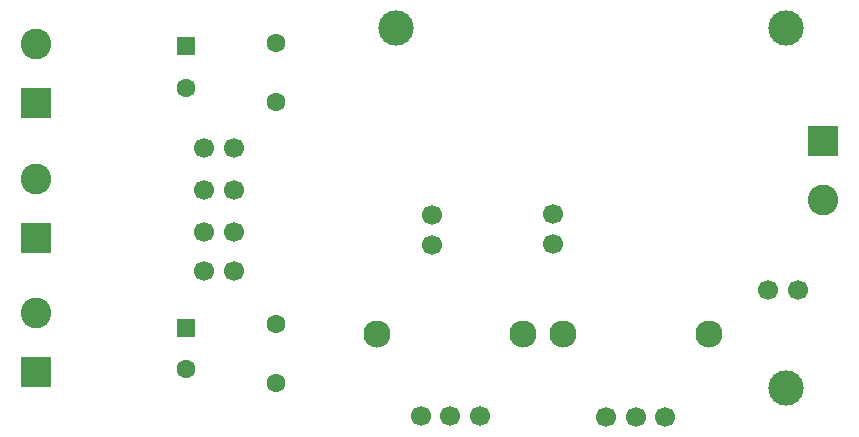
<source format=gbr>
%TF.GenerationSoftware,KiCad,Pcbnew,7.0.7-7.0.7~ubuntu22.04.1*%
%TF.CreationDate,2024-07-22T06:27:46-04:00*%
%TF.ProjectId,adjustable_instamp,61646a75-7374-4616-926c-655f696e7374,rev?*%
%TF.SameCoordinates,Original*%
%TF.FileFunction,Soldermask,Bot*%
%TF.FilePolarity,Negative*%
%FSLAX46Y46*%
G04 Gerber Fmt 4.6, Leading zero omitted, Abs format (unit mm)*
G04 Created by KiCad (PCBNEW 7.0.7-7.0.7~ubuntu22.04.1) date 2024-07-22 06:27:46*
%MOMM*%
%LPD*%
G01*
G04 APERTURE LIST*
%ADD10C,1.700000*%
%ADD11R,2.600000X2.600000*%
%ADD12C,2.600000*%
%ADD13C,3.000000*%
%ADD14C,1.600000*%
%ADD15C,2.300000*%
%ADD16R,1.600000X1.600000*%
G04 APERTURE END LIST*
D10*
%TO.C,J9*%
X133604000Y-84836000D03*
X136144000Y-84836000D03*
%TD*%
%TO.C,J11*%
X133604000Y-91694000D03*
X136144000Y-91694000D03*
%TD*%
%TO.C,J10*%
X133604000Y-88392000D03*
X136144000Y-88392000D03*
%TD*%
%TO.C,J8*%
X133604000Y-81280000D03*
X136144000Y-81280000D03*
%TD*%
D11*
%TO.C,J4*%
X186055000Y-80725000D03*
D12*
X186055000Y-85725000D03*
%TD*%
D11*
%TO.C,J1*%
X119380000Y-77470000D03*
D12*
X119380000Y-72470000D03*
%TD*%
D13*
%TO.C,REF\u002A\u002A*%
X182880000Y-101600000D03*
%TD*%
%TO.C,REF\u002A\u002A*%
X182880000Y-71120000D03*
%TD*%
D11*
%TO.C,J3*%
X119380000Y-100290000D03*
D12*
X119380000Y-95290000D03*
%TD*%
D14*
%TO.C,C4*%
X139700000Y-96210000D03*
X139700000Y-101210000D03*
%TD*%
D15*
%TO.C,R5*%
X148255000Y-97013000D03*
X160655000Y-97013000D03*
D10*
X151955000Y-104013000D03*
X154455000Y-104013000D03*
X156955000Y-104013000D03*
%TD*%
D15*
%TO.C,R8*%
X163980000Y-97033000D03*
X176380000Y-97033000D03*
D10*
X167680000Y-104033000D03*
X170180000Y-104033000D03*
X172680000Y-104033000D03*
%TD*%
D14*
%TO.C,C3*%
X139700000Y-72430000D03*
X139700000Y-77430000D03*
%TD*%
D11*
%TO.C,J2*%
X119380000Y-88900000D03*
D12*
X119380000Y-83900000D03*
%TD*%
D16*
%TO.C,C2*%
X132080000Y-96520000D03*
D14*
X132080000Y-100020000D03*
%TD*%
D13*
%TO.C,REF\u002A\u002A*%
X149860000Y-71120000D03*
%TD*%
D10*
%TO.C,J6*%
X152908000Y-86995000D03*
X152908000Y-89535000D03*
%TD*%
%TO.C,J7*%
X163195000Y-86853000D03*
X163195000Y-89393000D03*
%TD*%
D16*
%TO.C,C1*%
X132080000Y-72700000D03*
D14*
X132080000Y-76200000D03*
%TD*%
D10*
%TO.C,J5*%
X183896000Y-93345000D03*
X181356000Y-93345000D03*
%TD*%
M02*

</source>
